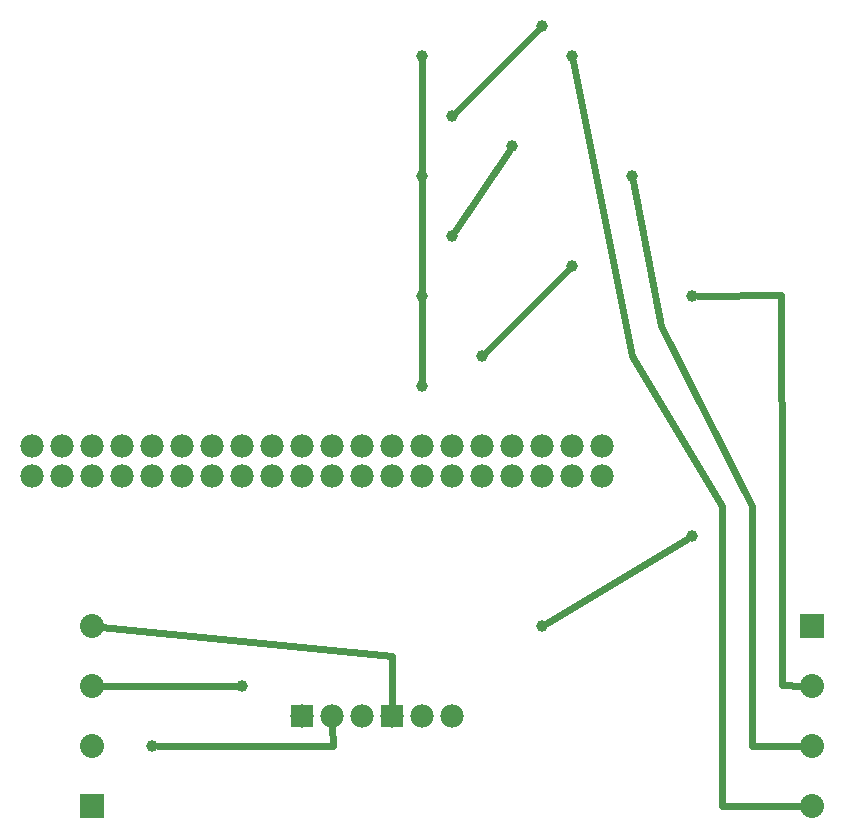
<source format=gbl>
G04 MADE WITH FRITZING*
G04 WWW.FRITZING.ORG*
G04 DOUBLE SIDED*
G04 HOLES PLATED*
G04 CONTOUR ON CENTER OF CONTOUR VECTOR*
%ASAXBY*%
%FSLAX23Y23*%
%MOIN*%
%OFA0B0*%
%SFA1.0B1.0*%
%ADD10C,0.039370*%
%ADD11C,0.078000*%
%ADD12C,0.080000*%
%ADD13R,0.078000X0.078000*%
%ADD14R,0.080000X0.080000*%
%ADD15C,0.024000*%
%LNCOPPER0*%
G90*
G70*
G54D10*
X2529Y1222D03*
X1029Y722D03*
X2129Y2122D03*
X1929Y2522D03*
X1829Y1822D03*
X1729Y2222D03*
X1729Y2622D03*
X2529Y2022D03*
X2329Y2422D03*
X2129Y2822D03*
X1629Y2822D03*
X1629Y2422D03*
X1629Y2022D03*
X1629Y1722D03*
X2029Y2922D03*
G54D11*
X1529Y622D03*
X1629Y622D03*
X1729Y622D03*
X1229Y622D03*
X1329Y622D03*
X1429Y622D03*
G54D10*
X729Y522D03*
X2029Y922D03*
G54D12*
X529Y522D03*
X529Y722D03*
X529Y922D03*
X529Y322D03*
X2929Y722D03*
X2929Y522D03*
X2929Y322D03*
X2929Y922D03*
G54D11*
X329Y1522D03*
X429Y1522D03*
X529Y1522D03*
X629Y1522D03*
X729Y1522D03*
X829Y1522D03*
X929Y1522D03*
X1029Y1522D03*
X1129Y1522D03*
X1229Y1522D03*
X1329Y1522D03*
X1429Y1522D03*
X1529Y1522D03*
X1629Y1522D03*
X1729Y1522D03*
X1829Y1522D03*
X1929Y1522D03*
X2029Y1522D03*
X2129Y1522D03*
X2229Y1522D03*
X329Y1522D03*
X429Y1522D03*
X529Y1522D03*
X629Y1522D03*
X729Y1522D03*
X829Y1522D03*
X929Y1522D03*
X1029Y1522D03*
X1129Y1522D03*
X1229Y1522D03*
X1329Y1522D03*
X1429Y1522D03*
X1529Y1522D03*
X1629Y1522D03*
X1729Y1522D03*
X1829Y1522D03*
X1929Y1522D03*
X2029Y1522D03*
X2129Y1522D03*
X2229Y1522D03*
X2229Y1422D03*
X2129Y1422D03*
X2029Y1422D03*
X1929Y1422D03*
X1829Y1422D03*
X1729Y1422D03*
X1629Y1422D03*
X1529Y1422D03*
X1429Y1422D03*
X1329Y1422D03*
X1229Y1422D03*
X1129Y1422D03*
X1029Y1422D03*
X929Y1422D03*
X829Y1422D03*
X729Y1422D03*
X629Y1422D03*
X529Y1422D03*
X429Y1422D03*
X329Y1422D03*
X329Y1522D03*
X429Y1522D03*
X529Y1522D03*
X629Y1522D03*
X729Y1522D03*
X829Y1522D03*
X929Y1522D03*
X1029Y1522D03*
X1129Y1522D03*
X1229Y1522D03*
X1329Y1522D03*
X1429Y1522D03*
X1529Y1522D03*
X1629Y1522D03*
X1729Y1522D03*
X1829Y1522D03*
X1929Y1522D03*
X2029Y1522D03*
X2129Y1522D03*
X2229Y1522D03*
X329Y1522D03*
X429Y1522D03*
X529Y1522D03*
X629Y1522D03*
X729Y1522D03*
X829Y1522D03*
X929Y1522D03*
X1029Y1522D03*
X1129Y1522D03*
X1229Y1522D03*
X1329Y1522D03*
X1429Y1522D03*
X1529Y1522D03*
X1629Y1522D03*
X1729Y1522D03*
X1829Y1522D03*
X1929Y1522D03*
X2029Y1522D03*
X2129Y1522D03*
X2229Y1522D03*
X2229Y1422D03*
X2129Y1422D03*
X2029Y1422D03*
X1929Y1422D03*
X1829Y1422D03*
X1729Y1422D03*
X1629Y1422D03*
X1529Y1422D03*
X1429Y1422D03*
X1329Y1422D03*
X1229Y1422D03*
X1129Y1422D03*
X1029Y1422D03*
X929Y1422D03*
X829Y1422D03*
X729Y1422D03*
X629Y1422D03*
X529Y1422D03*
X429Y1422D03*
X329Y1422D03*
G54D13*
X1529Y622D03*
X1229Y622D03*
G54D14*
X529Y322D03*
X2929Y922D03*
G54D15*
X2512Y1213D02*
X2045Y932D01*
D02*
X1010Y722D02*
X560Y722D01*
D02*
X560Y919D02*
X1530Y821D01*
D02*
X1530Y821D02*
X1529Y653D01*
D02*
X1842Y1836D02*
X2115Y2109D01*
D02*
X1918Y2507D02*
X1739Y2238D01*
D02*
X2827Y2024D02*
X2548Y2023D01*
D02*
X2830Y1322D02*
X2827Y2024D01*
D02*
X2830Y724D02*
X2830Y1322D01*
D02*
X2897Y723D02*
X2830Y724D01*
D02*
X2328Y1822D02*
X2132Y2804D01*
D02*
X2631Y1322D02*
X2328Y1822D01*
D02*
X2631Y322D02*
X2631Y1322D01*
D02*
X2897Y322D02*
X2631Y322D01*
D02*
X2427Y1921D02*
X2332Y2404D01*
D02*
X2730Y1322D02*
X2427Y1921D01*
D02*
X2730Y521D02*
X2730Y1322D01*
D02*
X2897Y522D02*
X2730Y521D01*
D02*
X1629Y1741D02*
X1629Y2803D01*
D02*
X1742Y2636D02*
X2015Y2909D01*
D02*
X1332Y523D02*
X1330Y592D01*
D02*
X748Y522D02*
X1332Y523D01*
G04 End of Copper0*
M02*
</source>
